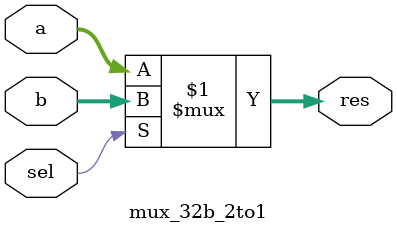
<source format=v>
module mux_5b_2to1(
    input wire [4:0] a,
    input wire [4:0] b,
    input wire sel,
    output wire [4:0] res
);

    assign res = sel ? b : a;
endmodule

module mux_32b_2to1(
    input wire [31:0] a,
    input wire [31:0] b,
    input wire sel,
    output wire [31:0] res
);

    assign res= sel ? b : a;
endmodule
</source>
